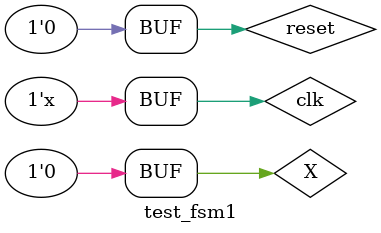
<source format=v>
`timescale 1ns / 1ps


module test_fsm1;

	// Inputs
	reg X;
	reg clk;
	reg reset;

	// Outputs
	wire Z;
	wire [2:0] state;

	// Instantiate the Unit Under Test (UUT)
	fsm1 uut (
		.X(X), 
		.clk(clk), 
		.reset(reset), 
		.Z(Z), 
		.state(state)
	);

	initial begin
		// Initialize Inputs
		X = 0;
		clk = 0;
		reset = 0;

		// Wait 100 ns for global reset to finish
		
		
		#10;
		X=0;
		
		#10;
		X=0;
		
		
		#10;
		X=0;
		
		#10;
		X=1;
		
		#10;
		X=0;
		
		#10;
		X=0;
		
		
		#10;
		X=1;
		
		#10;
		X=0;
		
		#10;
		X=1;
		
		#10;
		X=0;
		
		#10;
		X=0;
		
		
		
		
		// Add stimulus here

	end
	always #5 clk=~clk;
      
endmodule


</source>
